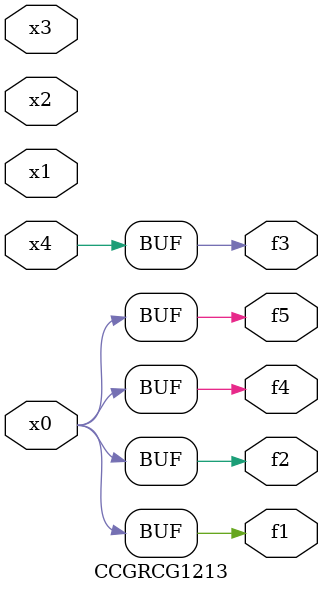
<source format=v>
module CCGRCG1213(
	input x0, x1, x2, x3, x4,
	output f1, f2, f3, f4, f5
);
	assign f1 = x0;
	assign f2 = x0;
	assign f3 = x4;
	assign f4 = x0;
	assign f5 = x0;
endmodule

</source>
